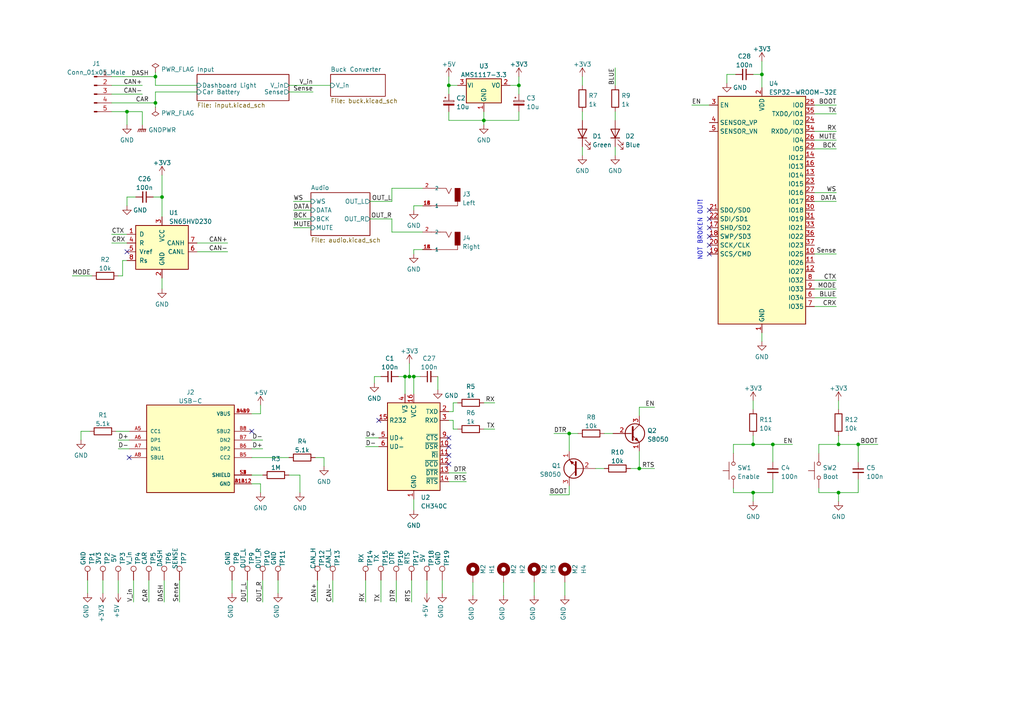
<source format=kicad_sch>
(kicad_sch (version 20211123) (generator eeschema)
  (paper "A4")
  (lib_symbols
    (symbol "Connector:Conn_01x05_Male" (pin_names (offset 1.016) hide)
      (property "Reference" "J" (at 0 7.62 0))
      (property "Value" "Conn_01x05_Male" (at 0 -7.62 0))
      (symbol "Conn_01x05_Male_1_1"
        (pin passive line (at 5.08 5.08 180) (length 3.81) (name "Pin_1") (number "1"))
        (pin passive line (at 5.08 2.54 180) (length 3.81) (name "Pin_2") (number "2"))
        (pin passive line (at 5.08 0 180) (length 3.81) (name "Pin_3") (number "3"))
        (pin passive line (at 5.08 -2.54 180) (length 3.81) (name "Pin_4") (number "4"))
        (pin passive line (at 5.08 -5.08 180) (length 3.81) (name "Pin_5") (number "5"))
      )
    )
    (symbol "Connector:TestPoint" (pin_numbers hide) (pin_names (offset 0.762) hide)
      (property "Reference" "TP" (at 0 6.858 0))
      (property "Value" "TestPoint" (at 0 5.08 0))
      (symbol "TestPoint_1_1"
        (pin passive line (at 0 0 90) (length 2.54) (name "1") (number "1"))
      )
    )
    (symbol "Device:C_Polarized_Small" (pin_numbers hide) (pin_names (offset 0.254) hide)
      (property "Reference" "C" (at 0.254 1.778 0))
      (property "Value" "C_Polarized_Small" (at 0.254 -2.032 0))
      (symbol "C_Polarized_Small_1_1"
        (pin passive line (at 0 2.54 270) (length 1.8542) (name "~") (number "1"))
        (pin passive line (at 0 -2.54 90) (length 1.8542) (name "~") (number "2"))
      )
    )
    (symbol "Device:C_Small" (pin_numbers hide) (pin_names (offset 0.254) hide)
      (property "Reference" "C" (at 0.254 1.778 0))
      (property "Value" "C_Small" (at 0.254 -2.032 0))
      (symbol "C_Small_1_1"
        (pin passive line (at 0 2.54 270) (length 2.032) (name "~") (number "1"))
        (pin passive line (at 0 -2.54 90) (length 2.032) (name "~") (number "2"))
      )
    )
    (symbol "Device:LED" (pin_numbers hide) (pin_names (offset 1.016) hide)
      (property "Reference" "D" (at 0 2.54 0))
      (property "Value" "LED" (at 0 -2.54 0))
      (symbol "LED_1_1"
        (pin passive line (at -3.81 0 0) (length 2.54) (name "K") (number "1"))
        (pin passive line (at 3.81 0 180) (length 2.54) (name "A") (number "2"))
      )
    )
    (symbol "Device:R" (pin_numbers hide) (pin_names (offset 0))
      (property "Reference" "R" (at 2.032 0 90))
      (property "Value" "R" (at 0 0 90))
      (symbol "R_1_1"
        (pin passive line (at 0 3.81 270) (length 1.27) (name "~") (number "1"))
        (pin passive line (at 0 -3.81 90) (length 1.27) (name "~") (number "2"))
      )
    )
    (symbol "Interface_CAN_LIN:SN65HVD230" (pin_names (offset 1.016))
      (property "Reference" "U" (at -2.54 10.16 0))
      (property "Value" "SN65HVD230" (at -2.54 7.62 0))
      (symbol "SN65HVD230_1_1"
        (pin input line (at -10.16 2.54 0) (length 2.54) (name "D") (number "1"))
        (pin power_in line (at 0 -10.16 90) (length 2.54) (name "GND") (number "2"))
        (pin power_in line (at 0 7.62 270) (length 2.54) (name "VCC") (number "3"))
        (pin output line (at -10.16 0 0) (length 2.54) (name "R") (number "4"))
        (pin output line (at -10.16 -2.54 0) (length 2.54) (name "Vref") (number "5"))
        (pin bidirectional line (at 10.16 -2.54 180) (length 2.54) (name "CANL") (number "6"))
        (pin bidirectional line (at 10.16 0 180) (length 2.54) (name "CANH") (number "7"))
        (pin input line (at -10.16 -5.08 0) (length 2.54) (name "Rs") (number "8"))
      )
    )
    (symbol "Interface_USB:CH340C"
      (property "Reference" "U" (at -5.08 13.97 0))
      (property "Value" "CH340C" (at 1.27 13.97 0))
      (symbol "CH340C_1_1"
        (pin power_in line (at 0 -15.24 90) (length 2.54) (name "GND") (number "1"))
        (pin input line (at 10.16 0 180) (length 2.54) (name "~{DSR}") (number "10"))
        (pin input line (at 10.16 -2.54 180) (length 2.54) (name "~{RI}") (number "11"))
        (pin input line (at 10.16 -5.08 180) (length 2.54) (name "~{DCD}") (number "12"))
        (pin output line (at 10.16 -7.62 180) (length 2.54) (name "~{DTR}") (number "13"))
        (pin output line (at 10.16 -10.16 180) (length 2.54) (name "~{RTS}") (number "14"))
        (pin input line (at -10.16 7.62 0) (length 2.54) (name "R232") (number "15"))
        (pin power_in line (at 0 15.24 270) (length 2.54) (name "VCC") (number "16"))
        (pin output line (at 10.16 10.16 180) (length 2.54) (name "TXD") (number "2"))
        (pin input line (at 10.16 7.62 180) (length 2.54) (name "RXD") (number "3"))
        (pin passive line (at -2.54 15.24 270) (length 2.54) (name "V3") (number "4"))
        (pin bidirectional line (at -10.16 2.54 0) (length 2.54) (name "UD+") (number "5"))
        (pin bidirectional line (at -10.16 0 0) (length 2.54) (name "UD-") (number "6"))
        (pin no_connect line (at -7.62 -7.62 0) (length 2.54) hide (name "NC") (number "7"))
        (pin no_connect line (at -7.62 -10.16 0) (length 2.54) hide (name "NC") (number "8"))
        (pin input line (at 10.16 2.54 180) (length 2.54) (name "~{CTS}") (number "9"))
      )
    )
    (symbol "Mechanical:MountingHole_Pad" (pin_numbers hide) (pin_names (offset 1.016) hide)
      (property "Reference" "H" (at 0 6.35 0))
      (property "Value" "MountingHole_Pad" (at 0 4.445 0))
      (symbol "MountingHole_Pad_1_1"
        (pin input line (at 0 -2.54 90) (length 2.54) (name "1") (number "1"))
      )
    )
    (symbol "RCJ-013:RCJ-013" (pin_names (offset 1.016))
      (property "Reference" "J" (at -2.54 3.81 0))
      (property "Value" "RCJ-013" (at -2.54 -6.35 0))
      (symbol "RCJ-013_0_0"
        (pin passive line (at 7.62 2.54 180) (length 2.54) (name "1") (number "1A"))
        (pin passive line (at 7.62 2.54 180) (length 2.54) (name "1") (number "1B"))
        (pin passive line (at 7.62 2.54 180) (length 2.54) (name "1") (number "1C"))
        (pin passive line (at 7.62 -2.54 180) (length 2.54) (name "2") (number "2"))
      )
    )
    (symbol "RF_Module:ESP32-WROOM-32"
      (property "Reference" "U" (at -12.7 34.29 0))
      (property "Value" "ESP32-WROOM-32" (at 1.27 34.29 0))
      (symbol "ESP32-WROOM-32_1_1"
        (pin power_in line (at 0 -35.56 90) (length 2.54) (name "GND") (number "1"))
        (pin bidirectional line (at 15.24 -12.7 180) (length 2.54) (name "IO25") (number "10"))
        (pin bidirectional line (at 15.24 -15.24 180) (length 2.54) (name "IO26") (number "11"))
        (pin bidirectional line (at 15.24 -17.78 180) (length 2.54) (name "IO27") (number "12"))
        (pin bidirectional line (at 15.24 10.16 180) (length 2.54) (name "IO14") (number "13"))
        (pin bidirectional line (at 15.24 15.24 180) (length 2.54) (name "IO12") (number "14"))
        (pin passive line (at 0 -35.56 90) (length 2.54) hide (name "GND") (number "15"))
        (pin bidirectional line (at 15.24 12.7 180) (length 2.54) (name "IO13") (number "16"))
        (pin bidirectional line (at -15.24 -5.08 0) (length 2.54) (name "SHD/SD2") (number "17"))
        (pin bidirectional line (at -15.24 -7.62 0) (length 2.54) (name "SWP/SD3") (number "18"))
        (pin bidirectional line (at -15.24 -12.7 0) (length 2.54) (name "SCS/CMD") (number "19"))
        (pin power_in line (at 0 35.56 270) (length 2.54) (name "VDD") (number "2"))
        (pin bidirectional line (at -15.24 -10.16 0) (length 2.54) (name "SCK/CLK") (number "20"))
        (pin bidirectional line (at -15.24 0 0) (length 2.54) (name "SDO/SD0") (number "21"))
        (pin bidirectional line (at -15.24 -2.54 0) (length 2.54) (name "SDI/SD1") (number "22"))
        (pin bidirectional line (at 15.24 7.62 180) (length 2.54) (name "IO15") (number "23"))
        (pin bidirectional line (at 15.24 25.4 180) (length 2.54) (name "IO2") (number "24"))
        (pin bidirectional line (at 15.24 30.48 180) (length 2.54) (name "IO0") (number "25"))
        (pin bidirectional line (at 15.24 20.32 180) (length 2.54) (name "IO4") (number "26"))
        (pin bidirectional line (at 15.24 5.08 180) (length 2.54) (name "IO16") (number "27"))
        (pin bidirectional line (at 15.24 2.54 180) (length 2.54) (name "IO17") (number "28"))
        (pin bidirectional line (at 15.24 17.78 180) (length 2.54) (name "IO5") (number "29"))
        (pin input line (at -15.24 30.48 0) (length 2.54) (name "EN") (number "3"))
        (pin bidirectional line (at 15.24 0 180) (length 2.54) (name "IO18") (number "30"))
        (pin bidirectional line (at 15.24 -2.54 180) (length 2.54) (name "IO19") (number "31"))
        (pin no_connect line (at -12.7 -27.94 0) (length 2.54) hide (name "NC") (number "32"))
        (pin bidirectional line (at 15.24 -5.08 180) (length 2.54) (name "IO21") (number "33"))
        (pin bidirectional line (at 15.24 22.86 180) (length 2.54) (name "RXD0/IO3") (number "34"))
        (pin bidirectional line (at 15.24 27.94 180) (length 2.54) (name "TXD0/IO1") (number "35"))
        (pin bidirectional line (at 15.24 -7.62 180) (length 2.54) (name "IO22") (number "36"))
        (pin bidirectional line (at 15.24 -10.16 180) (length 2.54) (name "IO23") (number "37"))
        (pin passive line (at 0 -35.56 90) (length 2.54) hide (name "GND") (number "38"))
        (pin passive line (at 0 -35.56 90) (length 2.54) hide (name "GND") (number "39"))
        (pin input line (at -15.24 25.4 0) (length 2.54) (name "SENSOR_VP") (number "4"))
        (pin input line (at -15.24 22.86 0) (length 2.54) (name "SENSOR_VN") (number "5"))
        (pin input line (at 15.24 -25.4 180) (length 2.54) (name "IO34") (number "6"))
        (pin input line (at 15.24 -27.94 180) (length 2.54) (name "IO35") (number "7"))
        (pin bidirectional line (at 15.24 -20.32 180) (length 2.54) (name "IO32") (number "8"))
        (pin bidirectional line (at 15.24 -22.86 180) (length 2.54) (name "IO33") (number "9"))
      )
    )
    (symbol "Regulator_Linear:AMS1117-3.3" (pin_names (offset 0.254))
      (property "Reference" "U" (at -3.81 3.175 0))
      (property "Value" "AMS1117-3.3" (at 0 3.175 0))
      (symbol "AMS1117-3.3_1_1"
        (pin power_in line (at 0 -7.62 90) (length 2.54) (name "GND") (number "1"))
        (pin power_out line (at 7.62 0 180) (length 2.54) (name "VO") (number "2"))
        (pin power_in line (at -7.62 0 0) (length 2.54) (name "VI") (number "3"))
      )
    )
    (symbol "Switch:SW_Push" (pin_numbers hide) (pin_names (offset 1.016) hide)
      (property "Reference" "SW" (at 1.27 2.54 0))
      (property "Value" "SW_Push" (at 0 -1.524 0))
      (symbol "SW_Push_0_1"
        (pin passive line (at -5.08 0 0) (length 2.54) (name "1") (number "1"))
        (pin passive line (at 5.08 0 180) (length 2.54) (name "2") (number "2"))
      )
    )
    (symbol "TYPE-C-31-M-12:TYPE-C-31-M-12" (pin_names (offset 1.016))
      (property "Reference" "J" (at -12.7 13.462 0))
      (property "Value" "TYPE-C-31-M-12" (at -12.7 -13.462 0))
      (symbol "TYPE-C-31-M-12_0_0"
        (pin power_in line (at 17.78 -10.16 180) (length 5.08) (name "GND") (number "A1B12"))
        (pin power_in line (at 17.78 10.16 180) (length 5.08) (name "VBUS") (number "A4B9"))
        (pin bidirectional line (at -17.78 5.08 0) (length 5.08) (name "CC1") (number "A5"))
        (pin bidirectional line (at -17.78 2.54 0) (length 5.08) (name "DP1") (number "A6"))
        (pin bidirectional line (at -17.78 0 0) (length 5.08) (name "DN1") (number "A7"))
        (pin bidirectional line (at -17.78 -2.54 0) (length 5.08) (name "SBU1") (number "A8"))
        (pin power_in line (at 17.78 -10.16 180) (length 5.08) (name "GND") (number "B1A12"))
        (pin power_in line (at 17.78 10.16 180) (length 5.08) (name "VBUS") (number "B4A9"))
        (pin bidirectional line (at 17.78 -2.54 180) (length 5.08) (name "CC2") (number "B5"))
        (pin bidirectional line (at 17.78 0 180) (length 5.08) (name "DP2") (number "B6"))
        (pin bidirectional line (at 17.78 2.54 180) (length 5.08) (name "DN2") (number "B7"))
        (pin bidirectional line (at 17.78 5.08 180) (length 5.08) (name "SBU2") (number "B8"))
        (pin passive line (at 17.78 -7.62 180) (length 5.08) (name "SHIELD") (number "S1"))
        (pin passive line (at 17.78 -7.62 180) (length 5.08) (name "SHIELD") (number "S2"))
        (pin passive line (at 17.78 -7.62 180) (length 5.08) (name "SHIELD") (number "S3"))
        (pin passive line (at 17.78 -7.62 180) (length 5.08) (name "SHIELD") (number "S4"))
      )
    )
    (symbol "Transistor_BJT:S8050" (pin_names (offset 0) hide)
      (property "Reference" "Q" (at 5.08 1.905 0))
      (property "Value" "S8050" (at 5.08 0 0))
      (symbol "S8050_1_1"
        (pin passive line (at 2.54 -5.08 90) (length 2.54) (name "E") (number "1"))
        (pin input line (at -5.08 0 0) (length 5.08) (name "B") (number "2"))
        (pin passive line (at 2.54 5.08 270) (length 2.54) (name "C") (number "3"))
      )
    )
    (symbol "power:+3.3V" (power) (pin_names (offset 0))
      (property "Value" "+3.3V" (at 0 3.556 0))
      (symbol "+3.3V_1_1"
        (pin power_in line (at 0 0 90) (length 0) hide (name "+3V3") (number "1"))
      )
    )
    (symbol "power:+3V3" (power) (pin_names (offset 0))
      (property "Value" "+3V3" (at 0 3.556 0))
      (symbol "+3V3_1_1"
        (pin power_in line (at 0 0 90) (length 0) hide (name "+3V3") (number "1"))
      )
    )
    (symbol "power:+5V" (power) (pin_names (offset 0))
      (property "Value" "+5V" (at 0 3.556 0))
      (symbol "+5V_1_1"
        (pin power_in line (at 0 0 90) (length 0) hide (name "+5V") (number "1"))
      )
    )
    (symbol "power:GND" (power) (pin_names (offset 0))
      (property "Value" "GND" (at 0 -3.81 0))
      (symbol "GND_1_1"
        (pin power_in line (at 0 0 270) (length 0) hide (name "GND") (number "1"))
      )
    )
    (symbol "power:GNDPWR" (power) (pin_names (offset 0))
      (property "Value" "GNDPWR" (at 0 -3.302 0))
      (symbol "GNDPWR_1_1"
        (pin power_in line (at 0 0 270) (length 0) hide (name "GNDPWR") (number "1"))
      )
    )
    (symbol "power:PWR_FLAG" (power) (pin_numbers hide) (pin_names (offset 0) hide)
      (property "Value" "PWR_FLAG" (at 0 3.81 0))
      (symbol "PWR_FLAG_0_0"
        (pin power_out line (at 0 0 90) (length 0) (name "pwr") (number "1"))
      )
    )
  )
  (junction (at 243.205 142.875))
  (junction (at 36.83 32.385))
  (junction (at 140.335 34.925))
  (junction (at 150.495 24.765))
  (junction (at 220.98 21.59))
  (junction (at 45.085 29.845))
  (junction (at 45.085 22.225))
  (junction (at 130.175 24.765))
  (junction (at 120.015 109.22))
  (junction (at 218.44 128.905))
  (junction (at 243.205 128.905))
  (junction (at 117.475 109.22))
  (junction (at 248.92 128.905))
  (junction (at 185.42 135.89))
  (junction (at 118.745 109.22))
  (junction (at 224.155 128.905))
  (junction (at 46.99 57.15))
  (junction (at 218.44 142.875))
  (junction (at 165.1 125.73))
  (no_connect (at 205.74 73.66))
  (no_connect (at 205.74 63.5))
  (no_connect (at 205.74 66.04))
  (no_connect (at 205.74 68.58))
  (no_connect (at 205.74 71.12))
  (no_connect (at 130.175 134.62))
  (no_connect (at 130.175 132.08))
  (no_connect (at 109.855 121.92))
  (no_connect (at 130.175 127))
  (no_connect (at 130.175 129.54))
  (no_connect (at 73.025 125.095))
  (no_connect (at 37.465 132.715))
  (no_connect (at 36.83 73.025))
  (no_connect (at 205.74 60.96))
  (wire (pts (xy 38.735 168.275) (xy 38.735 174.625)))
  (wire (pts (xy 150.495 24.765) (xy 150.495 27.305)))
  (wire (pts (xy 150.495 34.925) (xy 140.335 34.925)))
  (wire (pts (xy 243.205 128.905) (xy 237.49 128.905)))
  (wire (pts (xy 85.09 63.5) (xy 90.17 63.5)))
  (wire (pts (xy 130.175 24.765) (xy 130.175 27.305)))
  (wire (pts (xy 243.205 142.875) (xy 243.205 145.415)))
  (wire (pts (xy 130.175 139.7) (xy 135.255 139.7)))
  (wire (pts (xy 92.075 168.275) (xy 92.075 174.625)))
  (wire (pts (xy 36.83 75.565) (xy 35.56 75.565)))
  (wire (pts (xy 218.44 142.875) (xy 218.44 145.415)))
  (wire (pts (xy 147.955 24.765) (xy 150.495 24.765)))
  (wire (pts (xy 23.495 125.095) (xy 23.495 127.635)))
  (wire (pts (xy 113.665 67.31) (xy 122.555 67.31)))
  (wire (pts (xy 131.445 119.38) (xy 131.445 116.84)))
  (wire (pts (xy 110.49 109.22) (xy 108.585 109.22)))
  (wire (pts (xy 185.42 118.11) (xy 189.865 118.11)))
  (wire (pts (xy 236.22 83.82) (xy 242.57 83.82)))
  (wire (pts (xy 178.435 32.385) (xy 178.435 34.925)))
  (wire (pts (xy 113.665 54.61) (xy 122.555 54.61)))
  (wire (pts (xy 119.38 168.275) (xy 119.38 174.625)))
  (wire (pts (xy 46.99 50.8) (xy 46.99 57.15)))
  (wire (pts (xy 32.385 29.845) (xy 45.085 29.845)))
  (wire (pts (xy 44.45 57.15) (xy 46.99 57.15)))
  (wire (pts (xy 218.44 126.365) (xy 218.44 128.905)))
  (wire (pts (xy 159.385 143.51) (xy 165.1 143.51)))
  (wire (pts (xy 236.22 88.9) (xy 242.57 88.9)))
  (wire (pts (xy 243.205 126.365) (xy 243.205 128.905)))
  (wire (pts (xy 115.57 109.22) (xy 117.475 109.22)))
  (wire (pts (xy 108.585 109.22) (xy 108.585 111.125)))
  (wire (pts (xy 150.495 22.225) (xy 150.495 24.765)))
  (wire (pts (xy 33.655 125.095) (xy 37.465 125.095)))
  (wire (pts (xy 130.175 121.92) (xy 131.445 121.92)))
  (wire (pts (xy 220.98 21.59) (xy 220.98 25.4)))
  (wire (pts (xy 165.1 125.73) (xy 160.655 125.73)))
  (wire (pts (xy 131.445 124.46) (xy 132.715 124.46)))
  (wire (pts (xy 106.045 168.275) (xy 106.045 174.625)))
  (wire (pts (xy 36.83 59.69) (xy 36.83 57.15)))
  (wire (pts (xy 236.22 58.42) (xy 242.57 58.42)))
  (wire (pts (xy 168.91 32.385) (xy 168.91 34.925)))
  (wire (pts (xy 130.175 137.16) (xy 135.255 137.16)))
  (wire (pts (xy 185.42 135.89) (xy 189.865 135.89)))
  (wire (pts (xy 114.935 168.275) (xy 114.935 174.625)))
  (wire (pts (xy 45.085 29.845) (xy 45.085 31.115)))
  (wire (pts (xy 35.56 80.01) (xy 34.29 80.01)))
  (wire (pts (xy 120.015 109.22) (xy 120.015 114.3)))
  (wire (pts (xy 113.665 63.5) (xy 113.665 67.31)))
  (wire (pts (xy 127 109.22) (xy 127 113.03)))
  (wire (pts (xy 236.22 38.1) (xy 242.57 38.1)))
  (wire (pts (xy 26.035 125.095) (xy 23.495 125.095)))
  (wire (pts (xy 237.49 142.875) (xy 243.205 142.875)))
  (wire (pts (xy 130.175 24.765) (xy 132.715 24.765)))
  (wire (pts (xy 36.83 32.385) (xy 41.275 32.385)))
  (wire (pts (xy 165.1 130.81) (xy 165.1 125.73)))
  (wire (pts (xy 46.99 80.645) (xy 46.99 83.82)))
  (wire (pts (xy 224.155 128.905) (xy 229.87 128.905)))
  (wire (pts (xy 106.045 129.54) (xy 109.855 129.54)))
  (wire (pts (xy 83.82 26.67) (xy 90.805 26.67)))
  (wire (pts (xy 218.44 128.905) (xy 224.155 128.905)))
  (wire (pts (xy 35.56 75.565) (xy 35.56 80.01)))
  (wire (pts (xy 25.4 168.275) (xy 25.4 172.085)))
  (wire (pts (xy 67.31 168.275) (xy 67.31 172.085)))
  (wire (pts (xy 85.09 66.04) (xy 90.17 66.04)))
  (wire (pts (xy 140.335 124.46) (xy 143.51 124.46)))
  (wire (pts (xy 210.82 21.59) (xy 213.36 21.59)))
  (wire (pts (xy 32.385 70.485) (xy 36.83 70.485)))
  (wire (pts (xy 80.645 168.275) (xy 80.645 172.085)))
  (wire (pts (xy 212.725 141.605) (xy 212.725 142.875)))
  (wire (pts (xy 237.49 128.905) (xy 237.49 131.445)))
  (wire (pts (xy 43.18 168.275) (xy 43.18 174.625)))
  (wire (pts (xy 41.275 32.385) (xy 41.275 36.195)))
  (wire (pts (xy 107.315 63.5) (xy 113.665 63.5)))
  (wire (pts (xy 32.385 24.765) (xy 41.275 24.765)))
  (wire (pts (xy 178.435 42.545) (xy 178.435 45.085)))
  (wire (pts (xy 200.66 30.48) (xy 205.74 30.48)))
  (wire (pts (xy 118.745 105.41) (xy 118.745 109.22)))
  (wire (pts (xy 131.445 121.92) (xy 131.445 124.46)))
  (wire (pts (xy 36.83 32.385) (xy 36.83 36.195)))
  (wire (pts (xy 243.205 142.875) (xy 248.92 142.875)))
  (wire (pts (xy 32.385 22.225) (xy 45.085 22.225)))
  (wire (pts (xy 185.42 130.81) (xy 185.42 135.89)))
  (wire (pts (xy 75.565 120.015) (xy 73.025 120.015)))
  (wire (pts (xy 73.025 127.635) (xy 76.2 127.635)))
  (wire (pts (xy 113.665 58.42) (xy 113.665 54.61)))
  (wire (pts (xy 236.22 30.48) (xy 242.57 30.48)))
  (wire (pts (xy 45.085 22.225) (xy 45.085 24.765)))
  (wire (pts (xy 130.175 32.385) (xy 130.175 34.925)))
  (wire (pts (xy 154.94 168.91) (xy 154.94 172.72)))
  (wire (pts (xy 236.22 43.18) (xy 242.57 43.18)))
  (wire (pts (xy 73.025 132.715) (xy 83.82 132.715)))
  (wire (pts (xy 85.09 58.42) (xy 90.17 58.42)))
  (wire (pts (xy 36.83 57.15) (xy 39.37 57.15)))
  (wire (pts (xy 243.205 116.205) (xy 243.205 118.745)))
  (wire (pts (xy 218.44 21.59) (xy 220.98 21.59)))
  (wire (pts (xy 37.465 127.635) (xy 34.29 127.635)))
  (wire (pts (xy 122.555 72.39) (xy 120.015 72.39)))
  (wire (pts (xy 73.025 130.175) (xy 76.2 130.175)))
  (wire (pts (xy 120.015 72.39) (xy 120.015 73.66)))
  (wire (pts (xy 236.22 33.02) (xy 242.57 33.02)))
  (wire (pts (xy 117.475 114.3) (xy 117.475 109.22)))
  (wire (pts (xy 140.335 34.925) (xy 140.335 36.195)))
  (wire (pts (xy 96.52 168.275) (xy 96.52 174.625)))
  (wire (pts (xy 128.27 168.275) (xy 128.27 172.085)))
  (wire (pts (xy 120.015 109.22) (xy 121.92 109.22)))
  (wire (pts (xy 218.44 128.905) (xy 212.725 128.905)))
  (wire (pts (xy 224.155 133.985) (xy 224.155 128.905)))
  (wire (pts (xy 218.44 142.875) (xy 224.155 142.875)))
  (wire (pts (xy 71.755 168.275) (xy 71.755 174.625)))
  (wire (pts (xy 236.22 55.88) (xy 242.57 55.88)))
  (wire (pts (xy 248.92 128.905) (xy 254.635 128.905)))
  (wire (pts (xy 178.435 19.685) (xy 178.435 24.765)))
  (wire (pts (xy 236.22 40.64) (xy 242.57 40.64)))
  (wire (pts (xy 172.72 135.89) (xy 175.26 135.89)))
  (wire (pts (xy 163.83 168.91) (xy 163.83 172.72)))
  (wire (pts (xy 236.22 81.28) (xy 242.57 81.28)))
  (wire (pts (xy 83.82 137.795) (xy 86.995 137.795)))
  (wire (pts (xy 210.82 24.13) (xy 210.82 21.59)))
  (wire (pts (xy 76.2 168.275) (xy 76.2 174.625)))
  (wire (pts (xy 120.015 144.78) (xy 120.015 147.955)))
  (wire (pts (xy 220.98 17.78) (xy 220.98 21.59)))
  (wire (pts (xy 118.745 109.22) (xy 120.015 109.22)))
  (wire (pts (xy 75.565 140.335) (xy 75.565 142.875)))
  (wire (pts (xy 120.015 59.69) (xy 120.015 60.96)))
  (wire (pts (xy 218.44 116.205) (xy 218.44 118.745)))
  (wire (pts (xy 117.475 109.22) (xy 118.745 109.22)))
  (wire (pts (xy 175.26 125.73) (xy 177.8 125.73)))
  (wire (pts (xy 47.625 168.275) (xy 47.625 174.625)))
  (wire (pts (xy 130.175 119.38) (xy 131.445 119.38)))
  (wire (pts (xy 123.825 168.275) (xy 123.825 172.085)))
  (wire (pts (xy 32.385 27.305) (xy 41.275 27.305)))
  (wire (pts (xy 150.495 32.385) (xy 150.495 34.925)))
  (wire (pts (xy 107.315 58.42) (xy 113.665 58.42)))
  (wire (pts (xy 236.22 73.66) (xy 242.57 73.66)))
  (wire (pts (xy 29.845 168.275) (xy 29.845 172.085)))
  (wire (pts (xy 220.98 96.52) (xy 220.98 99.06)))
  (wire (pts (xy 131.445 116.84) (xy 132.715 116.84)))
  (wire (pts (xy 45.085 20.955) (xy 45.085 22.225)))
  (wire (pts (xy 137.16 168.91) (xy 137.16 172.72)))
  (wire (pts (xy 93.98 132.715) (xy 93.98 135.255)))
  (wire (pts (xy 91.44 132.715) (xy 93.98 132.715)))
  (wire (pts (xy 45.085 26.67) (xy 57.15 26.67)))
  (wire (pts (xy 237.49 141.605) (xy 237.49 142.875)))
  (wire (pts (xy 212.725 142.875) (xy 218.44 142.875)))
  (wire (pts (xy 57.15 70.485) (xy 66.04 70.485)))
  (wire (pts (xy 122.555 59.69) (xy 120.015 59.69)))
  (wire (pts (xy 243.205 128.905) (xy 248.92 128.905)))
  (wire (pts (xy 165.1 125.73) (xy 167.64 125.73)))
  (wire (pts (xy 110.49 168.275) (xy 110.49 174.625)))
  (wire (pts (xy 85.09 60.96) (xy 90.17 60.96)))
  (wire (pts (xy 52.07 168.275) (xy 52.07 174.625)))
  (wire (pts (xy 146.05 168.91) (xy 146.05 172.72)))
  (wire (pts (xy 140.335 116.84) (xy 143.51 116.84)))
  (wire (pts (xy 248.92 139.065) (xy 248.92 142.875)))
  (wire (pts (xy 168.91 42.545) (xy 168.91 45.085)))
  (wire (pts (xy 73.025 140.335) (xy 75.565 140.335)))
  (wire (pts (xy 130.175 22.225) (xy 130.175 24.765)))
  (wire (pts (xy 182.88 135.89) (xy 185.42 135.89)))
  (wire (pts (xy 83.82 24.765) (xy 95.885 24.765)))
  (wire (pts (xy 168.91 22.225) (xy 168.91 24.765)))
  (wire (pts (xy 20.955 80.01) (xy 26.67 80.01)))
  (wire (pts (xy 106.045 127) (xy 109.855 127)))
  (wire (pts (xy 57.15 73.025) (xy 66.04 73.025)))
  (wire (pts (xy 236.22 86.36) (xy 242.57 86.36)))
  (wire (pts (xy 140.335 32.385) (xy 140.335 34.925)))
  (wire (pts (xy 45.085 29.845) (xy 45.085 26.67)))
  (wire (pts (xy 46.99 57.15) (xy 46.99 62.865)))
  (wire (pts (xy 165.1 140.97) (xy 165.1 143.51)))
  (wire (pts (xy 75.565 117.475) (xy 75.565 120.015)))
  (wire (pts (xy 32.385 67.945) (xy 36.83 67.945)))
  (wire (pts (xy 248.92 133.985) (xy 248.92 128.905)))
  (wire (pts (xy 73.025 137.795) (xy 76.2 137.795)))
  (wire (pts (xy 212.725 128.905) (xy 212.725 131.445)))
  (wire (pts (xy 130.175 34.925) (xy 140.335 34.925)))
  (wire (pts (xy 34.29 168.275) (xy 34.29 172.085)))
  (wire (pts (xy 224.155 139.065) (xy 224.155 142.875)))
  (wire (pts (xy 37.465 130.175) (xy 34.29 130.175)))
  (wire (pts (xy 32.385 32.385) (xy 36.83 32.385)))
  (wire (pts (xy 185.42 120.65) (xy 185.42 118.11)))
  (wire (pts (xy 86.995 142.875) (xy 86.995 137.795)))
  (wire (pts (xy 45.085 24.765) (xy 57.15 24.765)))
  (text "NOT BROKEN OUT!" (at 203.835 75.565 90) (effects (font (size 1.27 1.27)) (justify left bottom)))
  (label "MODE" (at 242.57 83.82 180))
  (label "DTR" (at 160.655 125.73 0))
  (label "Sense" (at 242.57 73.66 180))
  (label "WS" (at 242.57 55.88 180))
  (label "BCK" (at 242.57 43.18 180))
  (label "DASH" (at 47.625 174.625 90))
  (label "CAN+" (at 66.04 70.485 180))
  (label "CRX" (at 242.57 88.9 180))
  (label "CAN-" (at 66.04 73.025 180))
  (label "CAN+" (at 41.275 24.765 180))
  (label "RX" (at 242.57 38.1 180))
  (label "CRX" (at 32.385 70.485 0))
  (label "D+" (at 76.2 130.175 180))
  (label "DATA" (at 85.09 60.96 0))
  (label "CTX" (at 32.385 67.945 0))
  (label "EN" (at 200.66 30.48 0))
  (label "CAR" (at 43.18 29.845 180))
  (label "D-" (at 34.29 130.175 0))
  (label "DTR" (at 114.935 174.625 90))
  (label "CAR" (at 43.18 174.625 90))
  (label "TX" (at 242.57 33.02 180))
  (label "V_in" (at 38.735 174.625 90))
  (label "BOOT" (at 159.385 143.51 0))
  (label "DATA" (at 242.57 58.42 180))
  (label "D+" (at 34.29 127.635 0))
  (label "RTS" (at 119.38 174.625 90))
  (label "OUT_R" (at 113.665 63.5 180))
  (label "CAN-" (at 96.52 174.625 90))
  (label "DTR" (at 135.255 137.16 180))
  (label "BLUE" (at 178.435 19.685 270))
  (label "OUT_L" (at 71.755 174.625 90))
  (label "DASH" (at 43.18 22.225 180))
  (label "MODE" (at 20.955 80.01 0))
  (label "V_in" (at 90.805 24.765 180))
  (label "WS" (at 85.09 58.42 0))
  (label "Sense" (at 52.07 174.625 90))
  (label "RX" (at 143.51 116.84 180))
  (label "Sense" (at 90.805 26.67 180))
  (label "EN" (at 189.865 118.11 180))
  (label "D+" (at 106.045 127 0))
  (label "RX" (at 106.045 174.625 90))
  (label "BOOT" (at 254.635 128.905 180))
  (label "EN" (at 229.87 128.905 180))
  (label "CTX" (at 242.57 81.28 180))
  (label "OUT_L" (at 113.665 58.42 180))
  (label "D-" (at 106.045 129.54 0))
  (label "CAN+" (at 92.075 174.625 90))
  (label "RTS" (at 189.865 135.89 180))
  (label "RTS" (at 135.255 139.7 180))
  (label "OUT_R" (at 76.2 174.625 90))
  (label "CAN-" (at 41.275 27.305 180))
  (label "BOOT" (at 242.57 30.48 180))
  (label "D-" (at 76.2 127.635 180))
  (label "BLUE" (at 242.57 86.36 180))
  (label "MUTE" (at 242.57 40.64 180))
  (label "MUTE" (at 85.09 66.04 0))
  (label "BCK" (at 85.09 63.5 0))
  (label "TX" (at 110.49 174.625 90))
  (label "TX" (at 143.51 124.46 180))
  (symbol (lib_id "Mechanical:MountingHole_Pad") (at 163.83 166.37 0) (unit 1)
    (property "Reference" "H4" (at 169.3078 165.1 90))
    (property "Value" "M2" (at 166.7709 165.1 90))
    (property "Footprint" "MountingHole:MountingHole_2.2mm_M2_ISO14580_Pad" (effects hide))
  )
  (symbol (lib_id "Device:LED") (at 168.91 38.735 90) (unit 1)
    (property "Reference" "D1" (at 171.831 39.4878 90) (effects (justify right)))
    (property "Value" "Green" (at 171.831 42.0247 90) (effects (justify right)))
    (property "Footprint" "LED_SMD:LED_0603_1608Metric" (effects hide))
    (property "Datasheet" "https://datasheet.lcsc.com/lcsc/1811101510_Everlight-Elec-19-217-GHC-YR1S2-3T_C72043.pdf" (effects hide))
    (property "LCSC#" "C72043" (effects hide))
  )
  (symbol (lib_id "power:GND") (at 120.015 60.96 0) (unit 1)
    (property "Reference" "#PWR017" (effects hide))
    (property "Value" "GND" (at 120.015 65.4034 0))
  )
  (symbol (lib_id "Connector:TestPoint") (at 25.4 168.275 0) (unit 1)
    (property "Reference" "TP1" (at 26.67 161.925 90))
    (property "Value" "GND" (at 24.1331 161.925 90))
    (property "Footprint" "TestPoint:TestPoint_Pad_D1.0mm" (effects hide))
  )
  (symbol (lib_id "RCJ-013:RCJ-013") (at 130.175 57.15 180) (unit 1)
    (property "Reference" "J3" (at 134.112 56.3153 0) (effects (justify right)))
    (property "Value" "Left" (at 134.112 58.8522 0) (effects (justify right)))
    (property "Footprint" "RCJ-013:CUI_RCJ-013" (effects hide))
    (property "PART_REV" "B" (effects hide))
    (property "STANDARD" "Manufacturer recommendations" (effects hide))
    (property "MANUFACTURER" "CUI Inc" (effects hide))
  )
  (symbol (lib_id "Device:C_Small") (at 248.92 136.525 0) (unit 1)
    (property "Reference" "C5" (at 251.2441 135.6966 0) (effects (justify left)))
    (property "Value" "100n" (at 251.2441 138.2335 0) (effects (justify left)))
    (property "Footprint" "Capacitor_SMD:C_0402_1005Metric" (effects hide))
    (property "Datasheet" "https://datasheet.lcsc.com/lcsc/1810191219_Samsung-Electro-Mechanics-CL05B104KO5NNNC_C1525.pdf" (effects hide))
    (property "LCSC#" "C1525" (effects hide))
  )
  (symbol (lib_id "Connector:TestPoint") (at 52.07 168.275 0) (unit 1)
    (property "Reference" "TP7" (at 53.34 161.925 90))
    (property "Value" "SENSE" (at 50.8031 161.925 90))
    (property "Footprint" "TestPoint:TestPoint_Pad_D1.0mm" (effects hide))
  )
  (symbol (lib_id "power:GND") (at 243.205 145.415 0) (unit 1)
    (property "Reference" "#PWR033" (effects hide))
    (property "Value" "GND" (at 243.205 149.8584 0))
  )
  (symbol (lib_id "power:+3V3") (at 218.44 116.205 0) (unit 1)
    (property "Reference" "#PWR028" (effects hide))
    (property "Value" "+3V3" (at 218.44 112.6292 0))
  )
  (symbol (lib_id "RCJ-013:RCJ-013") (at 130.175 69.85 180) (unit 1)
    (property "Reference" "J4" (at 134.112 69.0153 0) (effects (justify right)))
    (property "Value" "Right" (at 134.112 71.5522 0) (effects (justify right)))
    (property "Footprint" "RCJ-013:CUI_RCJ-013" (effects hide))
    (property "PART_REV" "B" (effects hide))
    (property "STANDARD" "Manufacturer recommendations" (effects hide))
    (property "MANUFACTURER" "CUI Inc" (effects hide))
  )
  (symbol (lib_id "power:+3V3") (at 168.91 22.225 0) (unit 1)
    (property "Reference" "#PWR025" (effects hide))
    (property "Value" "+3V3" (at 168.91 18.6492 0))
  )
  (symbol (lib_id "power:+3V3") (at 29.845 172.085 180) (unit 1)
    (property "Reference" "#PWR03" (effects hide))
    (property "Value" "+3V3" (at 29.4112 175.26 90) (effects (justify left)))
  )
  (symbol (lib_id "power:GND") (at 120.015 147.955 0) (unit 1)
    (property "Reference" "#PWR019" (effects hide))
    (property "Value" "GND" (at 120.015 152.3984 0))
  )
  (symbol (lib_id "Device:R") (at 171.45 125.73 90) (unit 1)
    (property "Reference" "R8" (at 171.45 121.0142 90))
    (property "Value" "10k" (at 171.45 123.5511 90))
    (property "Footprint" "Resistor_SMD:R_0402_1005Metric" (effects hide))
    (property "Datasheet" "https://datasheet.lcsc.com/lcsc/2206010100_UNI-ROYAL-Uniroyal-Elec-0402WGF1002TCE_C25744.pdf" (effects hide))
    (property "LCSC#" "C25744" (effects hide))
  )
  (symbol (lib_id "Device:R") (at 136.525 116.84 270) (unit 1)
    (property "Reference" "R5" (at 136.525 112.1242 90))
    (property "Value" "1k" (at 136.525 114.6611 90))
    (property "Footprint" "Resistor_SMD:R_0402_1005Metric" (effects hide))
    (property "Datasheet" "https://datasheet.lcsc.com/lcsc/2206010216_UNI-ROYAL-Uniroyal-Elec-0402WGF1001TCE_C11702.pdf" (effects hide))
    (property "LCSC#" "C11702" (effects hide))
  )
  (symbol (lib_id "Device:C_Small") (at 41.91 57.15 270) (unit 1)
    (property "Reference" "C26" (at 41.9036 51.8881 90))
    (property "Value" "100n" (at 41.9036 54.425 90))
    (property "Footprint" "Capacitor_SMD:C_0402_1005Metric" (effects hide))
    (property "Datasheet" "https://datasheet.lcsc.com/lcsc/1810191219_Samsung-Electro-Mechanics-CL05B104KO5NNNC_C1525.pdf" (effects hide))
    (property "LCSC#" "C1525" (effects hide))
  )
  (symbol (lib_id "power:+5V") (at 34.29 172.085 180) (unit 1)
    (property "Reference" "#PWR04" (effects hide))
    (property "Value" "+5V" (at 33.8562 175.26 90) (effects (justify left)))
  )
  (symbol (lib_id "Switch:SW_Push") (at 212.725 136.525 90) (unit 1)
    (property "Reference" "SW1" (at 213.868 135.6903 90) (effects (justify right)))
    (property "Value" "Enable" (at 213.868 138.2272 90) (effects (justify right)))
    (property "Footprint" "Button_Switch_SMD:SW_SPST_SKQG_WithStem" (effects hide))
  )
  (symbol (lib_id "power:GNDPWR") (at 41.275 36.195 0) (unit 1)
    (property "Reference" "#PWR06" (effects hide))
    (property "Value" "GNDPWR" (at 43.0276 37.6956 0) (effects (justify left)))
  )
  (symbol (lib_id "power:+5V") (at 75.565 117.475 0) (unit 1)
    (property "Reference" "#PWR010" (effects hide))
    (property "Value" "+5V" (at 75.565 113.8992 0))
  )
  (symbol (lib_id "Connector:TestPoint") (at 119.38 168.275 0) (unit 1)
    (property "Reference" "TP17" (at 120.65 161.925 90))
    (property "Value" "RTS" (at 118.1131 161.925 90))
    (property "Footprint" "TestPoint:TestPoint_Pad_D1.0mm" (effects hide))
  )
  (symbol (lib_id "power:GND") (at 220.98 99.06 0) (unit 1)
    (property "Reference" "#PWR031" (effects hide))
    (property "Value" "GND" (at 220.98 103.5034 0))
  )
  (symbol (lib_id "Connector:TestPoint") (at 29.845 168.275 0) (unit 1)
    (property "Reference" "TP2" (at 31.115 161.925 90))
    (property "Value" "3V3" (at 28.5781 161.925 90))
    (property "Footprint" "TestPoint:TestPoint_Pad_D1.0mm" (effects hide))
  )
  (symbol (lib_id "Device:C_Small") (at 124.46 109.22 90) (unit 1)
    (property "Reference" "C27" (at 124.4663 103.9581 90))
    (property "Value" "100n" (at 124.4663 106.495 90))
    (property "Footprint" "Capacitor_SMD:C_0402_1005Metric" (effects hide))
    (property "Datasheet" "https://datasheet.lcsc.com/lcsc/1810191219_Samsung-Electro-Mechanics-CL05B104KO5NNNC_C1525.pdf" (effects hide))
    (property "LCSC#" "C1525" (effects hide))
  )
  (symbol (lib_id "power:GND") (at 163.83 172.72 0) (unit 1)
    (property "Reference" "#PWR0107" (effects hide))
    (property "Value" "GND" (at 163.3962 175.895 90) (effects (justify right)))
  )
  (symbol (lib_id "power:GND") (at 93.98 135.255 0) (unit 1)
    (property "Reference" "#PWR014" (effects hide))
    (property "Value" "GND" (at 93.98 139.6984 0))
  )
  (symbol (lib_id "TYPE-C-31-M-12:TYPE-C-31-M-12") (at 55.245 130.175 0) (unit 1)
    (property "Reference" "J2" (at 55.245 113.7752 0))
    (property "Value" "USB-C" (at 55.245 116.3121 0))
    (property "Footprint" "31-M-12:HRO_TYPE-C-31-M-12" (effects hide))
    (property "STANDARD" "Manufacturer Recommendations" (effects hide))
    (property "PARTREV" "A" (effects hide))
    (property "MANUFACTURER" "HRO Electronics" (effects hide))
    (property "MAXIMUM_PACKAGE_HEIGHT" "3.31mm" (effects hide))
    (property "LCSC#" "C165948" (effects hide))
  )
  (symbol (lib_id "Device:R") (at 30.48 80.01 90) (unit 1)
    (property "Reference" "R2" (at 30.48 75.2942 90))
    (property "Value" "10k" (at 30.48 77.8311 90))
    (property "Footprint" "Resistor_SMD:R_0402_1005Metric" (effects hide))
    (property "Datasheet" "https://datasheet.lcsc.com/lcsc/2206010100_UNI-ROYAL-Uniroyal-Elec-0402WGF1002TCE_C25744.pdf" (effects hide))
    (property "LCSC#" "C25744" (effects hide))
  )
  (symbol (lib_id "Connector:TestPoint") (at 43.18 168.275 0) (unit 1)
    (property "Reference" "TP5" (at 44.45 161.925 90))
    (property "Value" "CAR" (at 41.9131 161.925 90))
    (property "Footprint" "TestPoint:TestPoint_Pad_D1.0mm" (effects hide))
  )
  (symbol (lib_id "Switch:SW_Push") (at 237.49 136.525 90) (unit 1)
    (property "Reference" "SW2" (at 238.633 135.6903 90) (effects (justify right)))
    (property "Value" "Boot" (at 238.633 138.2272 90) (effects (justify right)))
    (property "Footprint" "Button_Switch_SMD:SW_SPST_SKQG_WithStem" (effects hide))
  )
  (symbol (lib_id "power:PWR_FLAG") (at 45.085 31.115 180) (unit 1)
    (property "Reference" "#FLG02" (effects hide))
    (property "Value" "PWR_FLAG" (at 46.736 32.8188 0) (effects (justify right)))
  )
  (symbol (lib_id "Transistor_BJT:S8050") (at 167.64 135.89 180) (unit 1)
    (property "Reference" "Q1" (at 162.7886 135.0553 0) (effects (justify left)))
    (property "Value" "S8050" (at 162.7886 137.5922 0) (effects (justify left)))
    (property "Footprint" "Package_TO_SOT_SMD:SOT-23" (effects hide))
    (property "Datasheet" "https://datasheet.lcsc.com/lcsc/1810161230_Jiangsu-Changjing-Electronics-Technology-Co---Ltd--S8050-J3Y_C2146.pdf" (effects hide))
    (property "LCSC#" "C2146" (effects hide))
  )
  (symbol (lib_id "power:GND") (at 218.44 145.415 0) (unit 1)
    (property "Reference" "#PWR029" (effects hide))
    (property "Value" "GND" (at 218.44 149.8584 0))
  )
  (symbol (lib_id "Connector:TestPoint") (at 92.075 168.275 0) (unit 1)
    (property "Reference" "TP12" (at 93.345 161.925 90))
    (property "Value" "CAN_H" (at 90.8081 161.925 90))
    (property "Footprint" "TestPoint:TestPoint_Pad_D1.0mm" (effects hide))
  )
  (symbol (lib_id "Device:R") (at 80.01 137.795 90) (unit 1)
    (property "Reference" "R3" (at 80.01 133.0792 90))
    (property "Value" "1M" (at 80.01 135.6161 90))
    (property "Footprint" "Resistor_SMD:R_0402_1005Metric" (effects hide))
    (property "Datasheet" "https://datasheet.lcsc.com/lcsc/2206010030_UNI-ROYAL-Uniroyal-Elec-0402WGF1004TCE_C26083.pdf" (effects hide))
    (property "LCSC#" "C26083" (effects hide))
  )
  (symbol (lib_id "Connector:TestPoint") (at 80.645 168.275 0) (unit 1)
    (property "Reference" "TP11" (at 81.915 161.925 90))
    (property "Value" "GND" (at 79.3781 161.925 90))
    (property "Footprint" "TestPoint:TestPoint_Pad_D1.0mm" (effects hide))
  )
  (symbol (lib_id "power:GND") (at 178.435 45.085 0) (unit 1)
    (property "Reference" "#PWR027" (effects hide))
    (property "Value" "GND" (at 178.435 49.5284 0))
  )
  (symbol (lib_id "power:GND") (at 36.83 36.195 0) (unit 1)
    (property "Reference" "#PWR05" (effects hide))
    (property "Value" "GND" (at 36.83 40.6384 0))
  )
  (symbol (lib_id "Device:C_Small") (at 215.9 21.59 270) (unit 1)
    (property "Reference" "C28" (at 215.8936 16.3281 90))
    (property "Value" "100n" (at 215.8936 18.865 90))
    (property "Footprint" "Capacitor_SMD:C_0402_1005Metric" (effects hide))
    (property "Datasheet" "https://datasheet.lcsc.com/lcsc/1810191219_Samsung-Electro-Mechanics-CL05B104KO5NNNC_C1525.pdf" (effects hide))
    (property "LCSC#" "C1525" (effects hide))
  )
  (symbol (lib_id "power:GND") (at 146.05 172.72 0) (unit 1)
    (property "Reference" "#PWR0105" (effects hide))
    (property "Value" "GND" (at 145.6162 175.895 90) (effects (justify right)))
  )
  (symbol (lib_id "Device:C_Small") (at 224.155 136.525 0) (unit 1)
    (property "Reference" "C4" (at 226.4791 135.6966 0) (effects (justify left)))
    (property "Value" "100n" (at 226.4791 138.2335 0) (effects (justify left)))
    (property "Footprint" "Capacitor_SMD:C_0402_1005Metric" (effects hide))
    (property "Datasheet" "https://datasheet.lcsc.com/lcsc/1810191219_Samsung-Electro-Mechanics-CL05B104KO5NNNC_C1525.pdf" (effects hide))
    (property "LCSC#" "C1525" (effects hide))
  )
  (symbol (lib_id "Device:R") (at 136.525 124.46 270) (unit 1)
    (property "Reference" "R6" (at 136.525 119.7442 90))
    (property "Value" "1k" (at 136.525 122.2811 90))
    (property "Footprint" "Resistor_SMD:R_0402_1005Metric" (effects hide))
    (property "Datasheet" "https://datasheet.lcsc.com/lcsc/2206010216_UNI-ROYAL-Uniroyal-Elec-0402WGF1001TCE_C11702.pdf" (effects hide))
    (property "LCSC#" "C11702" (effects hide))
  )
  (symbol (lib_id "RF_Module:ESP32-WROOM-32") (at 220.98 60.96 0) (unit 1)
    (property "Reference" "U4" (at 222.9994 24.2402 0) (effects (justify left)))
    (property "Value" "ESP32-WROOM-32E" (at 222.9994 26.7771 0) (effects (justify left)))
    (property "Footprint" "RF_Module:ESP32-WROOM-32" (effects hide))
    (property "Datasheet" "https://www.espressif.com/sites/default/files/documentation/esp32-wroom-32e_esp32-wroom-32ue_datasheet_en.pdf" (effects hide))
    (property "LCSC#" "C701341" (effects hide))
  )
  (symbol (lib_id "power:GND") (at 80.645 172.085 0) (unit 1)
    (property "Reference" "#PWR012" (effects hide))
    (property "Value" "GND" (at 80.2112 175.26 90) (effects (justify right)))
  )
  (symbol (lib_id "power:PWR_FLAG") (at 45.085 20.955 0) (unit 1)
    (property "Reference" "#FLG01" (effects hide))
    (property "Value" "PWR_FLAG" (at 46.736 20.1188 0) (effects (justify left)))
  )
  (symbol (lib_id "Connector:TestPoint") (at 47.625 168.275 0) (unit 1)
    (property "Reference" "TP6" (at 48.895 161.925 90))
    (property "Value" "DASH" (at 46.3581 161.925 90))
    (property "Footprint" "TestPoint:TestPoint_Pad_D1.0mm" (effects hide))
  )
  (symbol (lib_id "Device:R") (at 87.63 132.715 90) (unit 1)
    (property "Reference" "R4" (at 87.63 127.9992 90))
    (property "Value" "5.1k" (at 87.63 130.5361 90))
    (property "Footprint" "Resistor_SMD:R_0402_1005Metric" (effects hide))
    (property "Datasheet" "https://datasheet.lcsc.com/lcsc/2206010045_UNI-ROYAL-Uniroyal-Elec-0402WGF5101TCE_C25905.pdf" (effects hide))
    (property "LCSC#" "C25905" (effects hide))
  )
  (symbol (lib_id "Device:C_Polarized_Small") (at 150.495 29.845 0) (unit 1)
    (property "Reference" "C3" (at 152.654 28.4642 0) (effects (justify left)))
    (property "Value" "10u" (at 152.654 31.0011 0) (effects (justify left)))
    (property "Footprint" "Capacitor_SMD:C_1206_3216Metric" (effects hide))
    (property "Datasheet" "https://datasheet.lcsc.com/lcsc/1811071223_AVX-TAJA106K016RNJ_C7171.pdf" (effects hide))
    (property "LCSC#" "C7171" (effects hide))
  )
  (symbol (lib_id "power:+5V") (at 130.175 22.225 0) (unit 1)
    (property "Reference" "#PWR022" (effects hide))
    (property "Value" "+5V" (at 130.175 18.6492 0))
  )
  (symbol (lib_id "Device:R") (at 29.845 125.095 90) (unit 1)
    (property "Reference" "R1" (at 29.845 120.3792 90))
    (property "Value" "5.1k" (at 29.845 122.9161 90))
    (property "Footprint" "Resistor_SMD:R_0402_1005Metric" (effects hide))
    (property "Datasheet" "https://datasheet.lcsc.com/lcsc/2206010045_UNI-ROYAL-Uniroyal-Elec-0402WGF5101TCE_C25905.pdf" (effects hide))
    (property "LCSC#" "C25905" (effects hide))
  )
  (symbol (lib_id "Connector:TestPoint") (at 110.49 168.275 0) (unit 1)
    (property "Reference" "TP15" (at 111.76 161.925 90))
    (property "Value" "TX" (at 109.2231 161.925 90))
    (property "Footprint" "TestPoint:TestPoint_Pad_D1.0mm" (effects hide))
  )
  (symbol (lib_id "Connector:TestPoint") (at 106.045 168.275 0) (unit 1)
    (property "Reference" "TP14" (at 107.315 161.925 90))
    (property "Value" "RX" (at 104.7781 161.925 90))
    (property "Footprint" "TestPoint:TestPoint_Pad_D1.0mm" (effects hide))
  )
  (symbol (lib_id "power:+3.3V") (at 150.495 22.225 0) (unit 1)
    (property "Reference" "#PWR024" (effects hide))
    (property "Value" "+3.3V" (at 150.495 18.6492 0))
  )
  (symbol (lib_id "power:GND") (at 137.16 172.72 0) (unit 1)
    (property "Reference" "#PWR0104" (effects hide))
    (property "Value" "GND" (at 136.7262 175.895 90) (effects (justify right)))
  )
  (symbol (lib_id "Device:C_Small") (at 113.03 109.22 90) (unit 1)
    (property "Reference" "C1" (at 113.0363 103.9581 90))
    (property "Value" "100n" (at 113.0363 106.495 90))
    (property "Footprint" "Capacitor_SMD:C_0402_1005Metric" (effects hide))
    (property "Datasheet" "https://datasheet.lcsc.com/lcsc/1810191219_Samsung-Electro-Mechanics-CL05B104KO5NNNC_C1525.pdf" (effects hide))
    (property "LCSC#" "C1525" (effects hide))
  )
  (symbol (lib_id "power:GND") (at 108.585 111.125 0) (unit 1)
    (property "Reference" "#PWR015" (effects hide))
    (property "Value" "GND" (at 108.585 115.5684 0))
  )
  (symbol (lib_id "Regulator_Linear:AMS1117-3.3") (at 140.335 24.765 0) (unit 1)
    (property "Reference" "U3" (at 140.335 19.1602 0))
    (property "Value" "AMS1117-3.3" (at 140.335 21.6971 0))
    (property "Footprint" "Package_TO_SOT_SMD:SOT-223-3_TabPin2" (effects hide))
    (property "Datasheet" "http://www.advanced-monolithic.com/pdf/ds1117.pdf" (effects hide))
    (property "LCSC#" "C6186" (effects hide))
  )
  (symbol (lib_id "power:+3V3") (at 118.745 105.41 0) (unit 1)
    (property "Reference" "#PWR016" (effects hide))
    (property "Value" "+3V3" (at 118.745 101.8342 0))
  )
  (symbol (lib_id "power:GND") (at 23.495 127.635 0) (mirror y) (unit 1)
    (property "Reference" "#PWR01" (effects hide))
    (property "Value" "GND" (at 23.495 132.0784 0))
  )
  (symbol (lib_id "power:GND") (at 75.565 142.875 0) (unit 1)
    (property "Reference" "#PWR011" (effects hide))
    (property "Value" "GND" (at 75.565 147.3184 0))
  )
  (symbol (lib_id "power:GND") (at 128.27 172.085 0) (unit 1)
    (property "Reference" "#PWR021" (effects hide))
    (property "Value" "GND" (at 127.8362 175.26 90) (effects (justify right)))
  )
  (symbol (lib_id "Device:C_Polarized_Small") (at 130.175 29.845 0) (unit 1)
    (property "Reference" "C2" (at 132.334 28.4642 0) (effects (justify left)))
    (property "Value" "10u" (at 132.334 31.0011 0) (effects (justify left)))
    (property "Footprint" "Capacitor_SMD:C_1206_3216Metric" (effects hide))
    (property "Datasheet" "https://datasheet.lcsc.com/lcsc/1811071223_AVX-TAJA106K016RNJ_C7171.pdf" (effects hide))
    (property "LCSC#" "C7171" (effects hide))
  )
  (symbol (lib_id "Transistor_BJT:S8050") (at 182.88 125.73 0) (unit 1)
    (property "Reference" "Q2" (at 187.7314 124.8953 0) (effects (justify left)))
    (property "Value" "S8050" (at 187.7314 127.4322 0) (effects (justify left)))
    (property "Footprint" "Package_TO_SOT_SMD:SOT-23" (effects hide))
    (property "Datasheet" "https://datasheet.lcsc.com/lcsc/1810161230_Jiangsu-Changjing-Electronics-Technology-Co---Ltd--S8050-J3Y_C2146.pdf" (effects hide))
    (property "LCSC#" "C2146" (effects hide))
  )
  (symbol (lib_id "Connector:TestPoint") (at 34.29 168.275 0) (unit 1)
    (property "Reference" "TP3" (at 35.56 161.925 90))
    (property "Value" "5V" (at 33.0231 161.925 90))
    (property "Footprint" "TestPoint:TestPoint_Pad_D1.0mm" (effects hide))
  )
  (symbol (lib_id "Connector:TestPoint") (at 96.52 168.275 0) (unit 1)
    (property "Reference" "TP13" (at 97.79 161.925 90))
    (property "Value" "CAN_L" (at 95.2531 161.925 90))
    (property "Footprint" "TestPoint:TestPoint_Pad_D1.0mm" (effects hide))
  )
  (symbol (lib_id "power:GND") (at 210.82 24.13 0) (unit 1)
    (property "Reference" "#PWR0103" (effects hide))
    (property "Value" "GND" (at 214.63 25.4 0))
  )
  (symbol (lib_id "power:+3V3") (at 220.98 17.78 0) (unit 1)
    (property "Reference" "#PWR030" (effects hide))
    (property "Value" "+3V3" (at 220.98 14.2042 0))
  )
  (symbol (lib_id "Interface_CAN_LIN:SN65HVD230") (at 46.99 70.485 0) (unit 1)
    (property "Reference" "U1" (at 49.0094 61.7052 0) (effects (justify left)))
    (property "Value" "SN65HVD230" (at 49.0094 64.2421 0) (effects (justify left)))
    (property "Footprint" "Package_SO:SOIC-8_3.9x4.9mm_P1.27mm" (effects hide))
    (property "Datasheet" "http://www.ti.com/lit/ds/symlink/sn65hvd230.pdf" (effects hide))
    (property "LCSC#" "C12084" (effects hide))
  )
  (symbol (lib_id "Connector:Conn_01x05_Male") (at 27.305 27.305 0) (unit 1)
    (property "Reference" "J1" (at 27.94 18.449 0))
    (property "Value" "Conn_01x05_Male" (at 27.94 20.9859 0))
    (property "Footprint" "Connector_JST:JST_XH_S5B-XH-A-1_1x05_P2.50mm_Horizontal" (effects hide))
  )
  (symbol (lib_id "Connector:TestPoint") (at 128.27 168.275 0) (unit 1)
    (property "Reference" "TP19" (at 129.54 161.925 90))
    (property "Value" "GND" (at 127.0031 161.925 90))
    (property "Footprint" "TestPoint:TestPoint_Pad_D1.0mm" (effects hide))
  )
  (symbol (lib_id "Device:R") (at 168.91 28.575 0) (unit 1)
    (property "Reference" "R7" (at 170.688 27.7403 0) (effects (justify left)))
    (property "Value" "1k" (at 170.688 30.2772 0) (effects (justify left)))
    (property "Footprint" "Resistor_SMD:R_0402_1005Metric" (effects hide))
    (property "Datasheet" "https://datasheet.lcsc.com/lcsc/2206010216_UNI-ROYAL-Uniroyal-Elec-0402WGF1001TCE_C11702.pdf" (effects hide))
    (property "LCSC#" "C11702" (effects hide))
  )
  (symbol (lib_id "Connector:TestPoint") (at 67.31 168.275 0) (unit 1)
    (property "Reference" "TP8" (at 68.58 161.925 90))
    (property "Value" "GND" (at 66.0431 161.925 90))
    (property "Footprint" "TestPoint:TestPoint_Pad_D1.0mm" (effects hide))
  )
  (symbol (lib_id "Mechanical:MountingHole_Pad") (at 146.05 166.37 0) (unit 1)
    (property "Reference" "H2" (at 151.5278 165.1 90))
    (property "Value" "M2" (at 148.9909 165.1 90))
    (property "Footprint" "MountingHole:MountingHole_2.2mm_M2_ISO14580_Pad" (effects hide))
  )
  (symbol (lib_id "Device:R") (at 179.07 135.89 90) (unit 1)
    (property "Reference" "R10" (at 179.07 131.1742 90))
    (property "Value" "10k" (at 179.07 133.7111 90))
    (property "Footprint" "Resistor_SMD:R_0402_1005Metric" (effects hide))
    (property "Datasheet" "https://datasheet.lcsc.com/lcsc/2206010100_UNI-ROYAL-Uniroyal-Elec-0402WGF1002TCE_C25744.pdf" (effects hide))
    (property "LCSC#" "C25744" (effects hide))
  )
  (symbol (lib_id "power:GND") (at 154.94 172.72 0) (unit 1)
    (property "Reference" "#PWR0106" (effects hide))
    (property "Value" "GND" (at 154.5062 175.895 90) (effects (justify right)))
  )
  (symbol (lib_id "power:+3V3") (at 243.205 116.205 0) (unit 1)
    (property "Reference" "#PWR032" (effects hide))
    (property "Value" "+3V3" (at 243.205 112.6292 0))
  )
  (symbol (lib_id "power:GND") (at 86.995 142.875 0) (unit 1)
    (property "Reference" "#PWR013" (effects hide))
    (property "Value" "GND" (at 86.995 147.3184 0))
  )
  (symbol (lib_id "power:GND") (at 67.31 172.085 0) (unit 1)
    (property "Reference" "#PWR09" (effects hide))
    (property "Value" "GND" (at 66.8762 175.26 90) (effects (justify right)))
  )
  (symbol (lib_id "Device:R") (at 218.44 122.555 180) (unit 1)
    (property "Reference" "R11" (at 220.218 121.7203 0) (effects (justify right)))
    (property "Value" "10k" (at 220.218 124.2572 0) (effects (justify right)))
    (property "Footprint" "Resistor_SMD:R_0402_1005Metric" (effects hide))
    (property "Datasheet" "https://datasheet.lcsc.com/lcsc/2206010100_UNI-ROYAL-Uniroyal-Elec-0402WGF1002TCE_C25744.pdf" (effects hide))
    (property "LCSC#" "C25744" (effects hide))
  )
  (symbol (lib_id "power:+3.3V") (at 46.99 50.8 0) (unit 1)
    (property "Reference" "#PWR07" (effects hide))
    (property "Value" "+3.3V" (at 46.99 47.2242 0))
  )
  (symbol (lib_id "Connector:TestPoint") (at 71.755 168.275 0) (unit 1)
    (property "Reference" "TP9" (at 73.025 161.925 90))
    (property "Value" "OUT_L" (at 70.4881 161.925 90))
    (property "Footprint" "TestPoint:TestPoint_Pad_D1.0mm" (effects hide))
  )
  (symbol (lib_id "Mechanical:MountingHole_Pad") (at 137.16 166.37 0) (unit 1)
    (property "Reference" "H1" (at 142.6378 165.1 90))
    (property "Value" "M2" (at 140.1009 165.1 90))
    (property "Footprint" "MountingHole:MountingHole_2.2mm_M2_ISO14580_Pad" (effects hide))
  )
  (symbol (lib_id "Interface_USB:CH340C") (at 120.015 129.54 0) (unit 1)
    (property "Reference" "U2" (at 122.0344 144.2704 0) (effects (justify left)))
    (property "Value" "CH340C" (at 122.0344 146.8073 0) (effects (justify left)))
    (property "Footprint" "Package_SO:SOIC-16_3.9x9.9mm_P1.27mm" (effects hide))
    (property "Datasheet" "https://www.mpja.com/download/35227cpdata.pdf" (effects hide))
    (property "LCSC#" "C84681" (effects hide))
  )
  (symbol (lib_id "power:GND") (at 120.015 73.66 0) (unit 1)
    (property "Reference" "#PWR018" (effects hide))
    (property "Value" "GND" (at 120.015 78.1034 0))
  )
  (symbol (lib_id "Connector:TestPoint") (at 114.935 168.275 0) (unit 1)
    (property "Reference" "TP16" (at 116.205 161.925 90))
    (property "Value" "DTR" (at 113.6681 161.925 90))
    (property "Footprint" "TestPoint:TestPoint_Pad_D1.0mm" (effects hide))
  )
  (symbol (lib_id "power:GND") (at 168.91 45.085 0) (unit 1)
    (property "Reference" "#PWR026" (effects hide))
    (property "Value" "GND" (at 168.91 49.5284 0))
  )
  (symbol (lib_id "power:GND") (at 25.4 172.085 0) (unit 1)
    (property "Reference" "#PWR02" (effects hide))
    (property "Value" "GND" (at 24.9662 175.26 90) (effects (justify right)))
  )
  (symbol (lib_id "Device:LED") (at 178.435 38.735 90) (unit 1)
    (property "Reference" "D2" (at 181.356 39.4878 90) (effects (justify right)))
    (property "Value" "Blue" (at 181.356 42.0247 90) (effects (justify right)))
    (property "Footprint" "LED_SMD:LED_0603_1608Metric" (effects hide))
    (property "Datasheet" "https://datasheet.lcsc.com/lcsc/1811101510_Everlight-Elec-19-217-BHC-ZL1M2RY-3T_C72041.pdf" (effects hide))
    (property "LCSC#" "C72041" (effects hide))
  )
  (symbol (lib_id "power:GND") (at 46.99 83.82 0) (unit 1)
    (property "Reference" "#PWR08" (effects hide))
    (property "Value" "GND" (at 46.99 88.2634 0))
  )
  (symbol (lib_id "power:GND") (at 127 113.03 0) (mirror y) (unit 1)
    (property "Reference" "#PWR0101" (effects hide))
    (property "Value" "GND" (at 128.905 114.7338 0) (effects (justify right)))
  )
  (symbol (lib_id "Mechanical:MountingHole_Pad") (at 154.94 166.37 0) (unit 1)
    (property "Reference" "H3" (at 160.4178 165.1 90))
    (property "Value" "M2" (at 157.8809 165.1 90))
    (property "Footprint" "MountingHole:MountingHole_2.2mm_M2_ISO14580_Pad" (effects hide))
  )
  (symbol (lib_id "Device:R") (at 178.435 28.575 0) (unit 1)
    (property "Reference" "R9" (at 180.213 27.7403 0) (effects (justify left)))
    (property "Value" "1k" (at 180.213 30.2772 0) (effects (justify left)))
    (property "Footprint" "Resistor_SMD:R_0402_1005Metric" (effects hide))
    (property "Datasheet" "https://datasheet.lcsc.com/lcsc/2206010216_UNI-ROYAL-Uniroyal-Elec-0402WGF1001TCE_C11702.pdf" (effects hide))
    (property "LCSC#" "C11702" (effects hide))
  )
  (symbol (lib_id "Connector:TestPoint") (at 76.2 168.275 0) (unit 1)
    (property "Reference" "TP10" (at 77.47 161.925 90))
    (property "Value" "OUT_R" (at 74.9331 161.925 90))
    (property "Footprint" "TestPoint:TestPoint_Pad_D1.0mm" (effects hide))
  )
  (symbol (lib_id "power:+5V") (at 123.825 172.085 180) (unit 1)
    (property "Reference" "#PWR020" (effects hide))
    (property "Value" "+5V" (at 123.3912 175.26 90) (effects (justify left)))
  )
  (symbol (lib_id "Connector:TestPoint") (at 123.825 168.275 0) (unit 1)
    (property "Reference" "TP18" (at 125.095 161.925 90))
    (property "Value" "5V" (at 122.5581 161.925 90))
    (property "Footprint" "TestPoint:TestPoint_Pad_D1.0mm" (effects hide))
  )
  (symbol (lib_id "Connector:TestPoint") (at 38.735 168.275 0) (unit 1)
    (property "Reference" "TP4" (at 40.005 161.925 90))
    (property "Value" "V_in" (at 37.4681 161.925 90))
    (property "Footprint" "TestPoint:TestPoint_Pad_D1.0mm" (effects hide))
  )
  (symbol (lib_id "power:GND") (at 140.335 36.195 0) (unit 1)
    (property "Reference" "#PWR023" (effects hide))
    (property "Value" "GND" (at 140.335 40.6384 0))
  )
  (symbol (lib_id "Device:R") (at 243.205 122.555 180) (unit 1)
    (property "Reference" "R12" (at 244.983 121.7203 0) (effects (justify right)))
    (property "Value" "10k" (at 244.983 124.2572 0) (effects (justify right)))
    (property "Footprint" "Resistor_SMD:R_0402_1005Metric" (effects hide))
    (property "Datasheet" "https://datasheet.lcsc.com/lcsc/2206010100_UNI-ROYAL-Uniroyal-Elec-0402WGF1002TCE_C25744.pdf" (effects hide))
    (property "LCSC#" "C25744" (effects hide))
  )
  (symbol (lib_id "power:GND") (at 36.83 59.69 0) (unit 1)
    (property "Reference" "#PWR0102" (effects hide))
    (property "Value" "GND" (at 40.64 60.96 0))
  )
  (sheet (at 90.17 55.88) (size 17.145 12.446) (stroke (width 0.1524))
    (property "Sheet name" "Audio" (at 90.17 55.1684 0) (effects (justify left bottom)))
    (property "Sheet file" "audio.kicad_sch" (at 90.17 68.9106 0) (effects (justify left top)))
    (pin "WS" input (at 90.17 58.42 180))
    (pin "DATA" input (at 90.17 60.96 180))
    (pin "BCK" input (at 90.17 63.5 180))
    (pin "OUT_L" output (at 107.315 58.42 0))
    (pin "OUT_R" output (at 107.315 63.5 0))
    (pin "MUTE" input (at 90.17 66.04 180))
  )
  (sheet (at 95.885 21.59) (size 15.875 6.35) (stroke (width 0.1524))
    (property "Sheet name" "Buck Converter" (at 95.885 20.8784 0) (effects (justify left bottom)))
    (property "Sheet file" "buck.kicad_sch" (at 95.885 28.5246 0) (effects (justify left top)))
    (pin "V_in" input (at 95.885 24.765 180))
  )
  (sheet (at 57.15 21.59) (size 26.67 7.62) (stroke (width 0.1524))
    (property "Sheet name" "Input" (at 57.15 20.8784 0) (effects (justify left bottom)))
    (property "Sheet file" "input.kicad_sch" (at 57.15 29.7946 0) (effects (justify left top)))
    (pin "Dashboard Light" input (at 57.15 24.765 180))
    (pin "Car Battery" input (at 57.15 26.67 180))
    (pin "V_in" output (at 83.82 24.765 0))
    (pin "Sense" output (at 83.82 26.67 0))
  )
)
</source>
